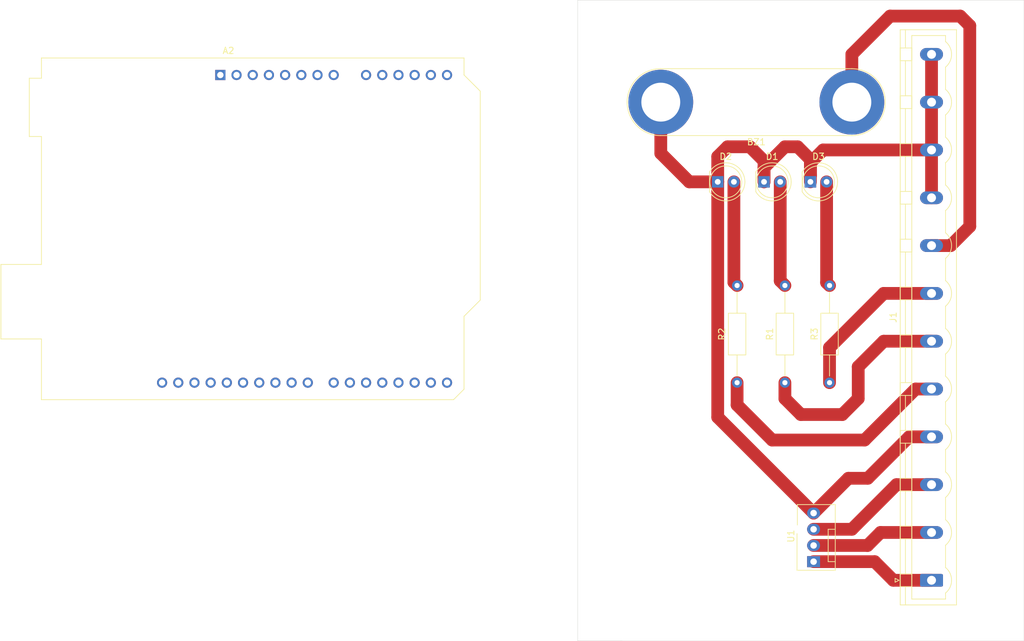
<source format=kicad_pcb>
(kicad_pcb (version 20241229) (generator "pcbnew") (generator_version "9.0")
  (layers (0 "F.Cu" signal) (2 "B.Cu" signal) (13 "F.Paste" user) (15 "B.Paste" user) (5 "F.SilkS" user "F.Silkscreen") (7 "B.SilkS" user "B.Silkscreen") (1 "F.Mask" user) (3 "B.Mask" user) (25 "Edge.Cuts" user))
  (net 0 "")
  (net 1 "GND")
  (net 6 "ECHO")
  (net 10 "BUZZER+")
  (net 14 "PINAMARILLO")
  (net 17 "VCC")
  (net 21 "PINVERDE")
  (net 24 "PINROJO")
  (net 29 "TRIGGER")
  (net 30 "Net-(D1-A)")
  (net 31 "Net-(D2-A)")
  (net 32 "Net-(D3-A)")
  (net 44 "BUZZER-")
  (footprint "Module:Arduino_UNO_R3" (layer "F.Cu") (at 102.44 29.74)
    (property "Reference" "A2" (at 1.27 -3.81 180) (layer "F.SilkS"))
    (property "Value" "Arduino_UNO_R3")
    (fp_line (start -34.42 29.72) (end -34.42 41.4) (stroke (width 0.12)) (layer "F.SilkS"))
    (fp_line (start -34.42 41.4) (end -28.07 41.4) (stroke (width 0.12)) (layer "F.SilkS"))
    (fp_line (start -29.97 0.51) (end -29.97 9.65) (stroke (width 0.12)) (layer "F.SilkS"))
    (fp_line (start -29.97 9.65) (end -28.07 9.65) (stroke (width 0.12)) (layer "F.SilkS"))
    (fp_line (start -28.07 -2.67) (end -28.07 0.51) (stroke (width 0.12)) (layer "F.SilkS"))
    (fp_line (start -28.07 0.51) (end -29.97 0.51) (stroke (width 0.12)) (layer "F.SilkS"))
    (fp_line (start -28.07 9.65) (end -28.07 29.72) (stroke (width 0.12)) (layer "F.SilkS"))
    (fp_line (start -28.07 29.72) (end -34.42 29.72) (stroke (width 0.12)) (layer "F.SilkS"))
    (fp_line (start -28.07 41.4) (end -28.07 50.93) (stroke (width 0.12)) (layer "F.SilkS"))
    (fp_line (start -28.07 50.93) (end 36.58 50.93) (stroke (width 0.12)) (layer "F.SilkS"))
    (fp_line (start 36.58 50.93) (end 38.23 49.28) (stroke (width 0.12)) (layer "F.SilkS"))
    (fp_line (start 38.23 -2.67) (end -28.07 -2.67) (stroke (width 0.12)) (layer "F.SilkS"))
    (fp_line (start 38.23 0) (end 38.23 -2.67) (stroke (width 0.12)) (layer "F.SilkS"))
    (fp_line (start 38.23 37.85) (end 40.77 35.31) (stroke (width 0.12)) (layer "F.SilkS"))
    (fp_line (start 38.23 49.28) (end 38.23 37.85) (stroke (width 0.12)) (layer "F.SilkS"))
    (fp_line (start 40.77 2.54) (end 38.23 0) (stroke (width 0.12)) (layer "F.SilkS"))
    (fp_line (start 40.77 35.31) (end 40.77 2.54) (stroke (width 0.12)) (layer "F.SilkS"))
    (pad "1" thru_hole rect (at 0 0 90) (size 1.6 1.6) (drill 1) (layers "*.Cu" "*.Mask"))
    (pad "2" thru_hole oval (at 2.54 0 90) (size 1.6 1.6) (drill 1) (layers "*.Cu" "*.Mask"))
    (pad "3" thru_hole oval (at 5.08 0 90) (size 1.6 1.6) (drill 1) (layers "*.Cu" "*.Mask"))
    (pad "4" thru_hole oval (at 7.62 0 90) (size 1.6 1.6) (drill 1) (layers "*.Cu" "*.Mask"))
    (pad "5" thru_hole oval (at 10.16 0 90) (size 1.6 1.6) (drill 1) (layers "*.Cu" "*.Mask"))
    (pad "6" thru_hole oval (at 12.7 0 90) (size 1.6 1.6) (drill 1) (layers "*.Cu" "*.Mask"))
    (pad "7" thru_hole oval (at 15.24 0 90) (size 1.6 1.6) (drill 1) (layers "*.Cu" "*.Mask"))
    (pad "8" thru_hole oval (at 17.78 0 90) (size 1.6 1.6) (drill 1) (layers "*.Cu" "*.Mask"))
    (pad "9" thru_hole oval (at 22.86 0 90) (size 1.6 1.6) (drill 1) (layers "*.Cu" "*.Mask"))
    (pad "10" thru_hole oval (at 25.4 0 90) (size 1.6 1.6) (drill 1) (layers "*.Cu" "*.Mask"))
    (pad "11" thru_hole oval (at 27.94 0 90) (size 1.6 1.6) (drill 1) (layers "*.Cu" "*.Mask"))
    (pad "12" thru_hole oval (at 30.48 0 90) (size 1.6 1.6) (drill 1) (layers "*.Cu" "*.Mask"))
    (pad "13" thru_hole oval (at 33.02 0 90) (size 1.6 1.6) (drill 1) (layers "*.Cu" "*.Mask"))
    (pad "14" thru_hole oval (at 35.56 0 90) (size 1.6 1.6) (drill 1) (layers "*.Cu" "*.Mask"))
    (pad "15" thru_hole oval (at 35.56 48.26 90) (size 1.6 1.6) (drill 1) (layers "*.Cu" "*.Mask"))
    (pad "16" thru_hole oval (at 33.02 48.26 90) (size 1.6 1.6) (drill 1) (layers "*.Cu" "*.Mask"))
    (pad "17" thru_hole oval (at 30.48 48.26 90) (size 1.6 1.6) (drill 1) (layers "*.Cu" "*.Mask"))
    (pad "18" thru_hole oval (at 27.94 48.26 90) (size 1.6 1.6) (drill 1) (layers "*.Cu" "*.Mask"))
    (pad "19" thru_hole oval (at 25.4 48.26 90) (size 1.6 1.6) (drill 1) (layers "*.Cu" "*.Mask"))
    (pad "20" thru_hole oval (at 22.86 48.26 90) (size 1.6 1.6) (drill 1) (layers "*.Cu" "*.Mask"))
    (pad "21" thru_hole oval (at 20.32 48.26 90) (size 1.6 1.6) (drill 1) (layers "*.Cu" "*.Mask"))
    (pad "22" thru_hole oval (at 17.78 48.26 90) (size 1.6 1.6) (drill 1) (layers "*.Cu" "*.Mask"))
    (pad "23" thru_hole oval (at 13.72 48.26 90) (size 1.6 1.6) (drill 1) (layers "*.Cu" "*.Mask"))
    (pad "24" thru_hole oval (at 11.18 48.26 90) (size 1.6 1.6) (drill 1) (layers "*.Cu" "*.Mask"))
    (pad "25" thru_hole oval (at 8.64 48.26 90) (size 1.6 1.6) (drill 1) (layers "*.Cu" "*.Mask"))
    (pad "26" thru_hole oval (at 6.1 48.26 90) (size 1.6 1.6) (drill 1) (layers "*.Cu" "*.Mask"))
    (pad "27" thru_hole oval (at 3.56 48.26 90) (size 1.6 1.6) (drill 1) (layers "*.Cu" "*.Mask"))
    (pad "28" thru_hole oval (at 1.02 48.26 90) (size 1.6 1.6) (drill 1) (layers "*.Cu" "*.Mask"))
    (pad "29" thru_hole oval (at -1.52 48.26 90) (size 1.6 1.6) (drill 1) (layers "*.Cu" "*.Mask"))
    (pad "30" thru_hole oval (at -4.06 48.26 90) (size 1.6 1.6) (drill 1) (layers "*.Cu" "*.Mask"))
    (pad "31" thru_hole oval (at -6.6 48.26 90) (size 1.6 1.6) (drill 1) (layers "*.Cu" "*.Mask"))
    (pad "32" thru_hole oval (at -9.14 48.26 90) (size 1.6 1.6) (drill 1) (layers "*.Cu" "*.Mask"))
  )
  (footprint "Resistor_THT:R_Axial_DIN0207_L6.3mm_D2.5mm_P15.24mm_Horizontal" (layer "F.Cu") (at 183.5 78 90)
    (property "Reference" "R2" (at 7.62 -2.37 90) (layer "F.SilkS"))
    (property "Value" "R")
    (fp_line (start 14.2 0) (end 10.89 0) (stroke (width 0.12)) (layer "F.SilkS"))
    (fp_line (start 1.04 0) (end 4.35 0) (stroke (width 0.12)) (layer "F.SilkS"))
    (fp_rect (start 4.35 -1.37) (end 10.89 1.37) (stroke (width 0.12)) (fill no) (layer "F.SilkS"))
    (pad "1" thru_hole circle (at 0 0 90) (size 1.6 1.6) (drill 0.8) (layers "*.Cu" "*.Mask") (net 24 "PINROJO"))
    (pad "2" thru_hole circle (at 15.24 0 90) (size 1.6 1.6) (drill 0.8) (layers "*.Cu" "*.Mask") (net 31 "Net-(D2-A)"))
  )
  (footprint "LED_THT:LED_D5.0mm" (layer "F.Cu") (at 187.725 46.5)
    (property "Reference" "D1" (at 1.27 -3.96 0) (layer "F.SilkS"))
    (property "Value" "LED")
    (fp_line (start -1.29 -1.545) (end -1.29 1.545) (stroke (width 0.12)) (layer "F.SilkS"))
    (fp_arc (start -1.29 -1.54483) (mid 2.071779 -2.880495) (end 4.26 0) (stroke (width 0.12)) (layer "F.SilkS"))
    (fp_arc (start 4.26 0) (mid 2.071779 2.880495) (end -1.29 1.54483) (stroke (width 0.12)) (layer "F.SilkS"))
    (fp_circle (center 1.27 0) (end 3.77 0) (stroke (width 0.12)) (fill no) (layer "F.SilkS"))
    (pad "1" thru_hole rect (at 0 0) (size 1.8 1.8) (drill 0.9) (layers "*.Cu" "*.Mask") (net 1 "GND"))
    (pad "2" thru_hole circle (at 2.54 0) (size 1.8 1.8) (drill 0.9) (layers "*.Cu" "*.Mask") (net 30 "Net-(D1-A)"))
  )
  (footprint "Connector:FanPinHeader_1x04_P2.54mm_Vertical" (layer "F.Cu") (at 195.5 106.08 90)
    (property "Reference" "U1" (at 4 -3.55 90) (layer "F.SilkS"))
    (property "Value" "~")
    (fp_line (start -1.35 -2.6) (end 4.4 -2.6) (stroke (width 0.12)) (layer "F.SilkS"))
    (fp_line (start 8.95 -2.55) (end 8.95 3.4) (stroke (width 0.12)) (layer "F.SilkS"))
    (fp_line (start 5.75 -2.55) (end 8.95 -2.55) (stroke (width 0.12)) (layer "F.SilkS"))
    (fp_line (start 5.08 2.29) (end 5.08 3.3) (stroke (width 0.12)) (layer "F.SilkS"))
    (fp_line (start 0 2.29) (end 5.08 2.29) (stroke (width 0.12)) (layer "F.SilkS"))
    (fp_line (start 0 3.3) (end 0 2.29) (stroke (width 0.12)) (layer "F.SilkS"))
    (fp_line (start 8.95 3.4) (end -1.35 3.4) (stroke (width 0.12)) (layer "F.SilkS"))
    (fp_line (start -1.35 3.4) (end -1.35 -2.6) (stroke (width 0.12)) (layer "F.SilkS"))
    (pad "" np_thru_hole circle (at 5.08 -2.16 180) (size 1.1 1.1) (drill 1.1) (layers "*.Cu" "*.Mask"))
    (pad "1" thru_hole rect (at 0 0 180) (size 2.03 1.73) (drill 1.02) (layers "*.Cu" "*.Mask") (net 17 "VCC"))
    (pad "2" thru_hole oval (at 2.54 0 180) (size 2.03 1.73) (drill 1.02) (layers "*.Cu" "*.Mask") (net 29 "TRIGGER"))
    (pad "3" thru_hole oval (at 5.08 0 180) (size 2.03 1.73) (drill 1.02) (layers "*.Cu" "*.Mask") (net 6 "ECHO"))
    (pad "4" thru_hole oval (at 7.62 0 180) (size 2.03 1.73) (drill 1.02) (layers "*.Cu" "*.Mask") (net 1 "GND"))
  )
  (footprint "LED_THT:LED_D5.0mm" (layer "F.Cu") (at 195 46.5)
    (property "Reference" "D3" (at 1.27 -3.96 0) (layer "F.SilkS"))
    (property "Value" "LED")
    (fp_line (start -1.29 -1.545) (end -1.29 1.545) (stroke (width 0.12)) (layer "F.SilkS"))
    (fp_arc (start -1.29 -1.54483) (mid 2.071779 -2.880495) (end 4.26 0) (stroke (width 0.12)) (layer "F.SilkS"))
    (fp_arc (start 4.26 0) (mid 2.071779 2.880495) (end -1.29 1.54483) (stroke (width 0.12)) (layer "F.SilkS"))
    (fp_circle (center 1.27 0) (end 3.77 0) (stroke (width 0.12)) (fill no) (layer "F.SilkS"))
    (pad "1" thru_hole rect (at 0 0) (size 1.8 1.8) (drill 0.9) (layers "*.Cu" "*.Mask") (net 1 "GND"))
    (pad "2" thru_hole circle (at 2.54 0) (size 1.8 1.8) (drill 0.9) (layers "*.Cu" "*.Mask") (net 32 "Net-(D3-A)"))
  )
  (footprint "Resistor_THT:R_Axial_DIN0207_L6.3mm_D2.5mm_P15.24mm_Horizontal" (layer "F.Cu") (at 191 78 90)
    (property "Reference" "R1" (at 7.62 -2.37 90) (layer "F.SilkS"))
    (property "Value" "R")
    (fp_line (start 14.2 0) (end 10.89 0) (stroke (width 0.12)) (layer "F.SilkS"))
    (fp_line (start 1.04 0) (end 4.35 0) (stroke (width 0.12)) (layer "F.SilkS"))
    (fp_rect (start 4.35 -1.37) (end 10.89 1.37) (stroke (width 0.12)) (fill no) (layer "F.SilkS"))
    (pad "1" thru_hole circle (at 0 0 90) (size 1.6 1.6) (drill 0.8) (layers "*.Cu" "*.Mask") (net 14 "PINAMARILLO"))
    (pad "2" thru_hole circle (at 15.24 0 90) (size 1.6 1.6) (drill 0.8) (layers "*.Cu" "*.Mask") (net 30 "Net-(D1-A)"))
  )
  (footprint "Resistor_THT:R_Axial_DIN0207_L6.3mm_D2.5mm_P15.24mm_Horizontal" (layer "F.Cu") (at 198 78 90)
    (property "Reference" "R3" (at 7.62 -2.37 90) (layer "F.SilkS"))
    (property "Value" "R")
    (fp_line (start 14.2 0) (end 10.89 0) (stroke (width 0.12)) (layer "F.SilkS"))
    (fp_line (start 1.04 0) (end 4.35 0) (stroke (width 0.12)) (layer "F.SilkS"))
    (fp_rect (start 4.35 -1.37) (end 10.89 1.37) (stroke (width 0.12)) (fill no) (layer "F.SilkS"))
    (pad "1" thru_hole circle (at 0 0 90) (size 1.6 1.6) (drill 0.8) (layers "*.Cu" "*.Mask") (net 21 "PINVERDE"))
    (pad "2" thru_hole circle (at 15.24 0 90) (size 1.6 1.6) (drill 0.8) (layers "*.Cu" "*.Mask") (net 32 "Net-(D3-A)"))
  )
  (footprint "LED_THT:LED_D5.0mm" (layer "F.Cu") (at 180.46 46.5)
    (property "Reference" "D2" (at 1.27 -3.96 0) (layer "F.SilkS"))
    (property "Value" "LED")
    (fp_line (start -1.29 -1.545) (end -1.29 1.545) (stroke (width 0.12)) (layer "F.SilkS"))
    (fp_arc (start -1.29 -1.54483) (mid 2.071779 -2.880495) (end 4.26 0) (stroke (width 0.12)) (layer "F.SilkS"))
    (fp_arc (start 4.26 0) (mid 2.071779 2.880495) (end -1.29 1.54483) (stroke (width 0.12)) (layer "F.SilkS"))
    (fp_circle (center 1.27 0) (end 3.77 0) (stroke (width 0.12)) (fill no) (layer "F.SilkS"))
    (pad "1" thru_hole rect (at 0 0) (size 1.8 1.8) (drill 0.9) (layers "*.Cu" "*.Mask") (net 1 "GND"))
    (pad "2" thru_hole circle (at 2.54 0) (size 1.8 1.8) (drill 0.9) (layers "*.Cu" "*.Mask") (net 31 "Net-(D2-A)"))
  )
  (footprint "Connector_Phoenix_GMSTB:PhoenixContact_GMSTBVA_2,5_12-G_1x12_P7.50mm_Vertical" (layer "F.Cu") (at 214 109 90)
    (property "Reference" "J1" (at 41.25 -6 90) (layer "F.SilkS"))
    (property "Value" "Conn_01x12_Pin")
    (fp_line (start 0.3 -5.71) (end 0 -5.11) (stroke (width 0.12)) (layer "F.SilkS"))
    (fp_line (start -0.3 -5.71) (end 0.3 -5.71) (stroke (width 0.12)) (layer "F.SilkS"))
    (fp_line (start 0 -5.11) (end -0.3 -5.71) (stroke (width 0.12)) (layer "F.SilkS"))
    (fp_line (start 86.36 -4.91) (end -3.86 -4.91) (stroke (width 0.12)) (layer "F.SilkS"))
    (fp_line (start 83.5 -4.91) (end 83.5 -3.1) (stroke (width 0.12)) (layer "F.SilkS"))
    (fp_line (start 81.5 -4.91) (end 83.5 -4.91) (stroke (width 0.12)) (layer "F.SilkS"))
    (fp_line (start 76 -4.91) (end 76 -3.1) (stroke (width 0.12)) (layer "F.SilkS"))
    (fp_line (start 74 -4.91) (end 76 -4.91) (stroke (width 0.12)) (layer "F.SilkS"))
    (fp_line (start 68.5 -4.91) (end 68.5 -3.1) (stroke (width 0.12)) (layer "F.SilkS"))
    (fp_line (start 66.5 -4.91) (end 68.5 -4.91) (stroke (width 0.12)) (layer "F.SilkS"))
    (fp_line (start 61 -4.91) (end 61 -3.1) (stroke (width 0.12)) (layer "F.SilkS"))
    (fp_line (start 59 -4.91) (end 61 -4.91) (stroke (width 0.12)) (layer "F.SilkS"))
    (fp_line (start 53.5 -4.91) (end 53.5 -3.1) (stroke (width 0.12)) (layer "F.SilkS"))
    (fp_line (start 51.5 -4.91) (end 53.5 -4.91) (stroke (width 0.12)) (layer "F.SilkS"))
    (fp_line (start 46 -4.91) (end 46 -3.1) (stroke (width 0.12)) (layer "F.SilkS"))
    (fp_line (start 44 -4.91) (end 46 -4.91) (stroke (width 0.12)) (layer "F.SilkS"))
    (fp_line (start 38.5 -4.91) (end 38.5 -3.1) (stroke (width 0.12)) (layer "F.SilkS"))
    (fp_line (start 36.5 -4.91) (end 38.5 -4.91) (stroke (width 0.12)) (layer "F.SilkS"))
    (fp_line (start 31 -4.91) (end 31 -3.1) (stroke (width 0.12)) (layer "F.SilkS"))
    (fp_line (start 29 -4.91) (end 31 -4.91) (stroke (width 0.12)) (layer "F.SilkS"))
    (fp_line (start 23.5 -4.91) (end 23.5 -3.1) (stroke (width 0.12)) (layer "F.SilkS"))
    (fp_line (start 21.5 -4.91) (end 23.5 -4.91) (stroke (width 0.12)) (layer "F.SilkS"))
    (fp_line (start 16 -4.91) (end 16 -3.1) (stroke (width 0.12)) (layer "F.SilkS"))
    (fp_line (start 14 -4.91) (end 16 -4.91) (stroke (width 0.12)) (layer "F.SilkS"))
    (fp_line (start 8.5 -4.91) (end 8.5 -3.1) (stroke (width 0.12)) (layer "F.SilkS"))
    (fp_line (start 6.5 -4.91) (end 8.5 -4.91) (stroke (width 0.12)) (layer "F.SilkS"))
    (fp_line (start 1 -4.91) (end 1 -3.1) (stroke (width 0.12)) (layer "F.SilkS"))
    (fp_line (start -1 -4.91) (end 1 -4.91) (stroke (width 0.12)) (layer "F.SilkS"))
    (fp_line (start -3.86 -4.91) (end -3.86 3.91) (stroke (width 0.12)) (layer "F.SilkS"))
    (fp_line (start 86.36 -4.1) (end 83.61 -4.1) (stroke (width 0.12)) (layer "F.SilkS"))
    (fp_line (start 76 -4.1) (end 81.5 -4.1) (stroke (width 0.12)) (layer "F.SilkS"))
    (fp_line (start 68.5 -4.1) (end 74 -4.1) (stroke (width 0.12)) (layer "F.SilkS"))
    (fp_line (start 61 -4.1) (end 66.5 -4.1) (stroke (width 0.12)) (layer "F.SilkS"))
    (fp_line (start 53.5 -4.1) (end 59 -4.1) (stroke (width 0.12)) (layer "F.SilkS"))
    (fp_line (start 46 -4.1) (end 51.5 -4.1) (stroke (width 0.12)) (layer "F.SilkS"))
    (fp_line (start 38.5 -4.1) (end 44 -4.1) (stroke (width 0.12)) (layer "F.SilkS"))
    (fp_line (start 31 -4.1) (end 36.5 -4.1) (stroke (width 0.12)) (layer "F.SilkS"))
    (fp_line (start 23.5 -4.1) (end 29 -4.1) (stroke (width 0.12)) (layer "F.SilkS"))
    (fp_line (start 16 -4.1) (end 21.5 -4.1) (stroke (width 0.12)) (layer "F.SilkS"))
    (fp_line (start 8.5 -4.1) (end 14 -4.1) (stroke (width 0.12)) (layer "F.SilkS"))
    (fp_line (start 1 -4.1) (end 6.5 -4.1) (stroke (width 0.12)) (layer "F.SilkS"))
    (fp_line (start -3.86 -4.1) (end -1.11 -4.1) (stroke (width 0.12)) (layer "F.SilkS"))
    (fp_line (start 85.45 -3.1) (end 85.45 2.2) (stroke (width 0.12)) (layer "F.SilkS"))
    (fp_line (start 83.5 -3.1) (end 81.5 -3.1) (stroke (width 0.12)) (layer "F.SilkS"))
    (fp_line (start 81.5 -3.1) (end 81.5 -4.91) (stroke (width 0.12)) (layer "F.SilkS"))
    (fp_line (start 76 -3.1) (end 74 -3.1) (stroke (width 0.12)) (layer "F.SilkS"))
    (fp_line (start 74 -3.1) (end 74 -4.91) (stroke (width 0.12)) (layer "F.SilkS"))
    (fp_line (start 68.5 -3.1) (end 66.5 -3.1) (stroke (width 0.12)) (layer "F.SilkS"))
    (fp_line (start 66.5 -3.1) (end 66.5 -4.91) (stroke (width 0.12)) (layer "F.SilkS"))
    (fp_line (start 61 -3.1) (end 59 -3.1) (stroke (width 0.12)) (layer "F.SilkS"))
    (fp_line (start 59 -3.1) (end 59 -4.91) (stroke (width 0.12)) (layer "F.SilkS"))
    (fp_line (start 53.5 -3.1) (end 51.5 -3.1) (stroke (width 0.12)) (layer "F.SilkS"))
    (fp_line (start 51.5 -3.1) (end 51.5 -4.91) (stroke (width 0.12)) (layer "F.SilkS"))
    (fp_line (start 46 -3.1) (end 44 -3.1) (stroke (width 0.12)) (layer "F.SilkS"))
    (fp_line (start 44 -3.1) (end 44 -4.91) (stroke (width 0.12)) (layer "F.SilkS"))
    (fp_line (start 38.5 -3.1) (end 36.5 -3.1) (stroke (width 0.12)) (layer "F.SilkS"))
    (fp_line (start 36.5 -3.1) (end 36.5 -4.91) (stroke (width 0.12)) (layer "F.SilkS"))
    (fp_line (start 31 -3.1) (end 29 -3.1) (stroke (width 0.12)) (layer "F.SilkS"))
    (fp_line (start 29 -3.1) (end 29 -4.91) (stroke (width 0.12)) (layer "F.SilkS"))
    (fp_line (start 23.5 -3.1) (end 21.5 -3.1) (stroke (width 0.12)) (layer "F.SilkS"))
    (fp_line (start 21.5 -3.1) (end 21.5 -4.91) (stroke (width 0.12)) (layer "F.SilkS"))
    (fp_line (start 16 -3.1) (end 14 -3.1) (stroke (width 0.12)) (layer "F.SilkS"))
    (fp_line (start 14 -3.1) (end 14 -4.91) (stroke (width 0.12)) (layer "F.SilkS"))
    (fp_line (start 8.5 -3.1) (end 6.5 -3.1) (stroke (width 0.12)) (layer "F.SilkS"))
    (fp_line (start 6.5 -3.1) (end 6.5 -4.91) (stroke (width 0.12)) (layer "F.SilkS"))
    (fp_line (start 1 -3.1) (end -1 -3.1) (stroke (width 0.12)) (layer "F.SilkS"))
    (fp_line (start -1 -3.1) (end -1 -4.91) (stroke (width 0.12)) (layer "F.SilkS"))
    (fp_line (start -2.95 -3.1) (end 85.45 -3.1) (stroke (width 0.12)) (layer "F.SilkS"))
    (fp_line (start 85.45 2.2) (end 84.5 2.2) (stroke (width 0.12)) (layer "F.SilkS"))
    (fp_line (start 77 2.2) (end 80.5 2.2) (stroke (width 0.12)) (layer "F.SilkS"))
    (fp_line (start 69.5 2.2) (end 73 2.2) (stroke (width 0.12)) (layer "F.SilkS"))
    (fp_line (start 62 2.2) (end 65.5 2.2) (stroke (width 0.12)) (layer "F.SilkS"))
    (fp_line (start 54.5 2.2) (end 58 2.2) (stroke (width 0.12)) (layer "F.SilkS"))
    (fp_line (start 47 2.2) (end 50.5 2.2) (stroke (width 0.12)) (layer "F.SilkS"))
    (fp_line (start 39.5 2.2) (end 43 2.2) (stroke (width 0.12)) (layer "F.SilkS"))
    (fp_line (start 32 2.2) (end 35.5 2.2) (stroke (width 0.12)) (layer "F.SilkS"))
    (fp_line (start 24.5 2.2) (end 28 2.2) (stroke (width 0.12)) (layer "F.SilkS"))
    (fp_line (start 17 2.2) (end 20.5 2.2) (stroke (width 0.12)) (layer "F.SilkS"))
    (fp_line (start 9.5 2.2) (end 13 2.2) (stroke (width 0.12)) (layer "F.SilkS"))
    (fp_line (start 2 2.2) (end 5.5 2.2) (stroke (width 0.12)) (layer "F.SilkS"))
    (fp_line (start -2 2.2) (end -2.95 2.2) (stroke (width 0.12)) (layer "F.SilkS"))
    (fp_line (start -2.95 2.2) (end -2.95 -3.1) (stroke (width 0.12)) (layer "F.SilkS"))
    (fp_line (start 86.36 3.91) (end 86.36 -4.91) (stroke (width 0.12)) (layer "F.SilkS"))
    (fp_line (start -3.86 3.91) (end 86.36 3.91) (stroke (width 0.12)) (layer "F.SilkS"))
    (fp_arc (start 84.486842 2.215821) (mid 82.489711 3.142758) (end 80.5 2.2) (stroke (width 0.12)) (layer "F.SilkS"))
    (fp_arc (start 76.986842 2.215821) (mid 74.989711 3.142758) (end 73 2.2) (stroke (width 0.12)) (layer "F.SilkS"))
    (fp_arc (start 69.486842 2.215821) (mid 67.489711 3.142758) (end 65.5 2.2) (stroke (width 0.12)) (layer "F.SilkS"))
    (fp_arc (start 61.986842 2.215821) (mid 59.989711 3.142758) (end 58 2.2) (stroke (width 0.12)) (layer "F.SilkS"))
    (fp_arc (start 54.486842 2.215821) (mid 52.489711 3.142758) (end 50.5 2.2) (stroke (width 0.12)) (layer "F.SilkS"))
    (fp_arc (start 46.986842 2.215821) (mid 44.989711 3.142758) (end 43 2.2) (stroke (width 0.12)) (layer "F.SilkS"))
    (fp_arc (start 39.486842 2.215821) (mid 37.489711 3.142758) (end 35.5 2.2) (stroke (width 0.12)) (layer "F.SilkS"))
    (fp_arc (start 31.986842 2.215821) (mid 29.989711 3.142758) (end 28 2.2) (stroke (width 0.12)) (layer "F.SilkS"))
    (fp_arc (start 24.486842 2.215821) (mid 22.489711 3.142758) (end 20.5 2.2) (stroke (width 0.12)) (layer "F.SilkS"))
    (fp_arc (start 16.986842 2.215821) (mid 14.989711 3.142758) (end 13 2.2) (stroke (width 0.12)) (layer "F.SilkS"))
    (fp_arc (start 9.486842 2.215821) (mid 7.489711 3.142758) (end 5.5 2.2) (stroke (width 0.12)) (layer "F.SilkS"))
    (fp_arc (start 1.986842 2.215821) (mid -0.010289 3.142758) (end -2 2.2) (stroke (width 0.12)) (layer "F.SilkS"))
    (pad "1" thru_hole roundrect (at 0 0 90) (size 2 3.6) (drill 1.4) (layers "*.Cu" "*.Mask") (roundrect_rratio 0.125) (net 17 "VCC"))
    (pad "2" thru_hole oval (at 7.5 0 90) (size 2 3.6) (drill 1.4) (layers "*.Cu" "*.Mask") (net 29 "TRIGGER"))
    (pad "3" thru_hole oval (at 15 0 90) (size 2 3.6) (drill 1.4) (layers "*.Cu" "*.Mask") (net 6 "ECHO"))
    (pad "4" thru_hole oval (at 22.5 0 90) (size 2 3.6) (drill 1.4) (layers "*.Cu" "*.Mask") (net 1 "GND"))
    (pad "5" thru_hole oval (at 30 0 90) (size 2 3.6) (drill 1.4) (layers "*.Cu" "*.Mask") (net 24 "PINROJO"))
    (pad "6" thru_hole oval (at 37.5 0 90) (size 2 3.6) (drill 1.4) (layers "*.Cu" "*.Mask") (net 14 "PINAMARILLO"))
    (pad "7" thru_hole oval (at 45 0 90) (size 2 3.6) (drill 1.4) (layers "*.Cu" "*.Mask") (net 21 "PINVERDE"))
    (pad "8" thru_hole oval (at 52.5 0 90) (size 2 3.6) (drill 1.4) (layers "*.Cu" "*.Mask") (net 10 "BUZZER+"))
    (pad "9" thru_hole oval (at 60 0 90) (size 2 3.6) (drill 1.4) (layers "*.Cu" "*.Mask") (net 44 "BUZZER-"))
    (pad "10" thru_hole oval (at 67.5 0 90) (size 2 3.6) (drill 1.4) (layers "*.Cu" "*.Mask") (net 1 "GND"))
    (pad "11" thru_hole oval (at 75 0 90) (size 2 3.6) (drill 1.4) (layers "*.Cu" "*.Mask") (net 1 "GND"))
    (pad "12" thru_hole oval (at 82.5 0 90) (size 2 3.6) (drill 1.4) (layers "*.Cu" "*.Mask") (net 1 "GND"))
  )
  (footprint "Connector:Banana_Jack_2Pin" (layer "F.Cu") (at 201.5 34 180)
    (property "Reference" "BZ1" (at 14.985 -6.24 0) (layer "F.SilkS"))
    (property "Value" "Buzzer")
    (fp_line (start 30 -5.25) (end 0 -5.25) (stroke (width 0.12)) (layer "F.SilkS"))
    (fp_line (start 0 5.25) (end 30 5.25) (stroke (width 0.12)) (layer "F.SilkS"))
    (fp_arc (start 30 -5.25) (mid 35.25 0) (end 30 5.25) (stroke (width 0.12)) (layer "F.SilkS"))
    (fp_arc (start 0 5.25) (mid -5.25 0) (end 0 -5.25) (stroke (width 0.12)) (layer "F.SilkS"))
    (pad "1" thru_hole circle (at 0 0 180) (size 10.16 10.16) (drill 6.1) (layers "*.Cu" "*.Mask") (net 10 "BUZZER+"))
    (pad "2" thru_hole circle (at 29.97 0 180) (size 10.16 10.16) (drill 6.1) (layers "*.Cu" "*.Mask") (net 44 "BUZZER-"))
  )
  (gr_line (start 158.5 118.5) (end 158.5 18) (stroke (width 0.05)) (layer "Edge.Cuts"))
  (gr_line (start 165.5 118.5) (end 158.5 118.5) (stroke (width 0.05)) (layer "Edge.Cuts"))
  (gr_line (start 228.5 18) (end 228.5 118.5) (stroke (width 0.05)) (layer "Edge.Cuts"))
  (gr_line (start 158.5 18) (end 228.5 18) (stroke (width 0.05)) (layer "Edge.Cuts"))
  (gr_line (start 228.5 118.5) (end 165.5 118.5) (stroke (width 0.05)) (layer "Edge.Cuts"))
  (segment (start 214 86.5) (end 210.5 86.5) (width 2) (layer "F.Cu") (net 1))
  (segment (start 195 45.5) (end 195 43.5) (width 2) (layer "F.Cu") (net 1))
  (segment (start 187.725 46.5) (end 187.725 44.275) (width 2) (layer "F.Cu") (net 1))
  (segment (start 214 34) (end 214 26.5) (width 2) (layer "F.Cu") (net 1))
  (segment (start 214 41.5) (end 214 34) (width 2) (layer "F.Cu") (net 1))
  (segment (start 193 41) (end 195 43) (width 2) (layer "F.Cu") (net 1))
  (segment (start 171.53 42.03) (end 171.53 34) (width 2) (layer "F.Cu") (net 1))
  (segment (start 180.46 46.5) (end 180.46 42.54) (width 2) (layer "F.Cu") (net 1))
  (segment (start 204 93) (end 200.96 93) (width 2) (layer "F.Cu") (net 1))
  (segment (start 187.725 44.275) (end 191 41) (width 2) (layer "F.Cu") (net 1))
  (segment (start 180.46 83.42) (end 195.5 98.46) (width 2) (layer "F.Cu") (net 1))
  (segment (start 195 43) (end 195 45.5) (width 2) (layer "F.Cu") (net 1))
  (segment (start 180.46 42.54) (end 182 41) (width 2) (layer "F.Cu") (net 1))
  (segment (start 180.46 46.5) (end 176 46.5) (width 2) (layer "F.Cu") (net 1))
  (segment (start 185.5 41) (end 187.725 43.225) (width 2) (layer "F.Cu") (net 1))
  (segment (start 187.725 43.225) (end 187.725 46.5) (width 2) (layer "F.Cu") (net 1))
  (segment (start 180.46 46.5) (end 180.46 83.42) (width 2) (layer "F.Cu") (net 1))
  (segment (start 182 41) (end 185.5 41) (width 2) (layer "F.Cu") (net 1))
  (segment (start 191 41) (end 193 41) (width 2) (layer "F.Cu") (net 1))
  (segment (start 195 43.5) (end 197 41.5) (width 2) (layer "F.Cu") (net 1))
  (segment (start 195 45.5) (end 195 46.5) (width 2) (layer "F.Cu") (net 1))
  (segment (start 176 46.5) (end 171.53 42.03) (width 2) (layer "F.Cu") (net 1))
  (segment (start 200.96 93) (end 195.5 98.46) (width 2) (layer "F.Cu") (net 1))
  (segment (start 197 41.5) (end 214 41.5) (width 2) (layer "F.Cu") (net 1))
  (segment (start 210.5 86.5) (end 204 93) (width 2) (layer "F.Cu") (net 1))
  (segment (start 214 49) (end 214 41.5) (width 2) (layer "F.Cu") (net 1))
  (segment (start 195.5 101) (end 201.5 101) (width 2) (layer "F.Cu") (net 6))
  (segment (start 208.5 94) (end 214 94) (width 2) (layer "F.Cu") (net 6))
  (segment (start 201.5 101) (end 208.5 94) (width 2) (layer "F.Cu") (net 6))
  (segment (start 201.5 26.5) (end 201.5 34) (width 2) (layer "F.Cu") (net 10))
  (segment (start 217 56.5) (end 220 53.5) (width 2) (layer "F.Cu") (net 10))
  (segment (start 207.5 20.5) (end 201.5 26.5) (width 2) (layer "F.Cu") (net 10))
  (segment (start 220 22) (end 218.5 20.5) (width 2) (layer "F.Cu") (net 10))
  (segment (start 214 56.5) (end 217 56.5) (width 2) (layer "F.Cu") (net 10))
  (segment (start 220 53.5) (end 220 22) (width 2) (layer "F.Cu") (net 10))
  (segment (start 218.5 20.5) (end 207.5 20.5) (width 2) (layer "F.Cu") (net 10))
  (segment (start 206.5 71.5) (end 202.5 75.5) (width 2) (layer "F.Cu") (net 14))
  (segment (start 202.5 75.5) (end 202.5 80.5) (width 2) (layer "F.Cu") (net 14))
  (segment (start 200 83) (end 193.5 83) (width 2) (layer "F.Cu") (net 14))
  (segment (start 191 80.5) (end 191 78) (width 2) (layer "F.Cu") (net 14))
  (segment (start 202.5 80.5) (end 200 83) (width 2) (layer "F.Cu") (net 14))
  (segment (start 193.5 83) (end 191 80.5) (width 2) (layer "F.Cu") (net 14))
  (segment (start 214 71.5) (end 206.5 71.5) (width 2) (layer "F.Cu") (net 14))
  (segment (start 205.08 106.08) (end 208 109) (width 2) (layer "F.Cu") (net 17))
  (segment (start 195.5 106.08) (end 205.08 106.08) (width 2) (layer "F.Cu") (net 17))
  (segment (start 208 109) (end 214 109) (width 2) (layer "F.Cu") (net 17))
  (segment (start 206.5 64) (end 214 64) (width 2) (layer "F.Cu") (net 21))
  (segment (start 198 72.5) (end 206.5 64) (width 2) (layer "F.Cu") (net 21))
  (segment (start 198 78) (end 198 72.5) (width 2) (layer "F.Cu") (net 21))
  (segment (start 183.5 81.5) (end 189 87) (width 2) (layer "F.Cu") (net 24))
  (segment (start 211.5 79) (end 214 79) (width 2) (layer "F.Cu") (net 24))
  (segment (start 183.5 78) (end 183.5 81.5) (width 2) (layer "F.Cu") (net 24))
  (segment (start 189 87) (end 203.5 87) (width 2) (layer "F.Cu") (net 24))
  (segment (start 203.5 87) (end 211.5 79) (width 2) (layer "F.Cu") (net 24))
  (segment (start 195.5 103.54) (end 203.96 103.54) (width 2) (layer "F.Cu") (net 29))
  (segment (start 206 101.5) (end 214 101.5) (width 2) (layer "F.Cu") (net 29))
  (segment (start 203.96 103.54) (end 206 101.5) (width 2) (layer "F.Cu") (net 29))
  (segment (start 190.765 62.525) (end 191 62.76) (width 0.2) (layer "F.Cu") (net 30))
  (segment (start 190.265 62.025) (end 191 62.76) (width 2) (layer "F.Cu") (net 30))
  (segment (start 190.265 46.5) (end 190.265 62.025) (width 2) (layer "F.Cu") (net 30))
  (segment (start 183 46.5) (end 183 62.26) (width 2) (layer "F.Cu") (net 31))
  (segment (start 183 62.26) (end 183.5 62.76) (width 2) (layer "F.Cu") (net 31))
  (segment (start 198.04 62.72) (end 198 62.76) (width 0.2) (layer "F.Cu") (net 32))
  (segment (start 197.54 46.5) (end 197.54 62.3) (width 2) (layer "F.Cu") (net 32))
  (segment (start 197.54 62.3) (end 198 62.76) (width 2) (layer "F.Cu") (net 32))
)
</source>
